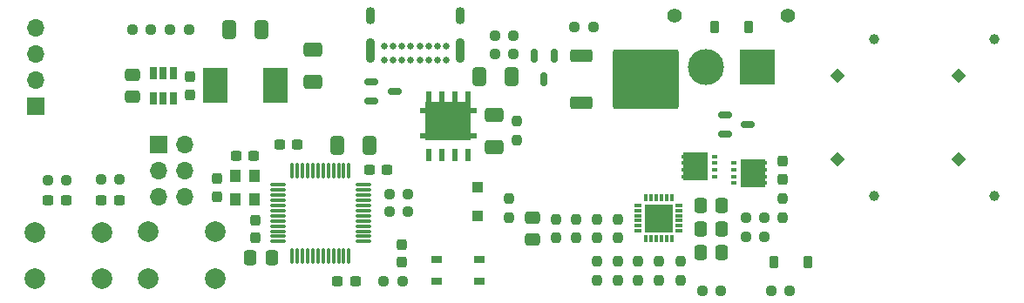
<source format=gbr>
%TF.GenerationSoftware,KiCad,Pcbnew,9.0.6-unknown-202512120022~866d92e1f6~ubuntu24.04.1*%
%TF.CreationDate,2026-01-02T23:01:16+02:00*%
%TF.ProjectId,TalTechHeat,54616c54-6563-4684-9865-61742e6b6963,rev?*%
%TF.SameCoordinates,Original*%
%TF.FileFunction,Soldermask,Top*%
%TF.FilePolarity,Negative*%
%FSLAX46Y46*%
G04 Gerber Fmt 4.6, Leading zero omitted, Abs format (unit mm)*
G04 Created by KiCad (PCBNEW 9.0.6-unknown-202512120022~866d92e1f6~ubuntu24.04.1) date 2026-01-02 23:01:16*
%MOMM*%
%LPD*%
G01*
G04 APERTURE LIST*
G04 Aperture macros list*
%AMRoundRect*
0 Rectangle with rounded corners*
0 $1 Rounding radius*
0 $2 $3 $4 $5 $6 $7 $8 $9 X,Y pos of 4 corners*
0 Add a 4 corners polygon primitive as box body*
4,1,4,$2,$3,$4,$5,$6,$7,$8,$9,$2,$3,0*
0 Add four circle primitives for the rounded corners*
1,1,$1+$1,$2,$3*
1,1,$1+$1,$4,$5*
1,1,$1+$1,$6,$7*
1,1,$1+$1,$8,$9*
0 Add four rect primitives between the rounded corners*
20,1,$1+$1,$2,$3,$4,$5,0*
20,1,$1+$1,$4,$5,$6,$7,0*
20,1,$1+$1,$6,$7,$8,$9,0*
20,1,$1+$1,$8,$9,$2,$3,0*%
%AMRotRect*
0 Rectangle, with rotation*
0 The origin of the aperture is its center*
0 $1 length*
0 $2 width*
0 $3 Rotation angle, in degrees counterclockwise*
0 Add horizontal line*
21,1,$1,$2,0,0,$3*%
G04 Aperture macros list end*
%ADD10RoundRect,0.225000X-0.225000X-0.375000X0.225000X-0.375000X0.225000X0.375000X-0.225000X0.375000X0*%
%ADD11RoundRect,0.250000X-0.337500X-0.475000X0.337500X-0.475000X0.337500X0.475000X-0.337500X0.475000X0*%
%ADD12R,0.600000X0.400000*%
%ADD13R,2.350000X2.800000*%
%ADD14RoundRect,0.237500X0.237500X-0.250000X0.237500X0.250000X-0.237500X0.250000X-0.237500X-0.250000X0*%
%ADD15RoundRect,0.237500X0.300000X0.237500X-0.300000X0.237500X-0.300000X-0.237500X0.300000X-0.237500X0*%
%ADD16R,1.700000X1.700000*%
%ADD17O,1.700000X1.700000*%
%ADD18RoundRect,0.250000X0.650000X-0.412500X0.650000X0.412500X-0.650000X0.412500X-0.650000X-0.412500X0*%
%ADD19RoundRect,0.237500X-0.250000X-0.237500X0.250000X-0.237500X0.250000X0.237500X-0.250000X0.237500X0*%
%ADD20RotRect,1.000000X1.000000X45.000000*%
%ADD21C,1.000000*%
%ADD22RoundRect,0.237500X0.250000X0.237500X-0.250000X0.237500X-0.250000X-0.237500X0.250000X-0.237500X0*%
%ADD23R,1.100000X1.300000*%
%ADD24RoundRect,0.237500X-0.237500X0.250000X-0.237500X-0.250000X0.237500X-0.250000X0.237500X0.250000X0*%
%ADD25RoundRect,0.150000X-0.512500X-0.150000X0.512500X-0.150000X0.512500X0.150000X-0.512500X0.150000X0*%
%ADD26C,2.000000*%
%ADD27R,1.050000X0.650000*%
%ADD28R,0.300000X0.800000*%
%ADD29R,0.800000X0.300000*%
%ADD30R,2.800000X2.800000*%
%ADD31RoundRect,0.237500X0.237500X-0.300000X0.237500X0.300000X-0.237500X0.300000X-0.237500X-0.300000X0*%
%ADD32R,1.270000X0.610000*%
%ADD33R,4.420000X3.810000*%
%ADD34R,0.610000X1.270000*%
%ADD35RoundRect,0.237500X-0.237500X0.300000X-0.237500X-0.300000X0.237500X-0.300000X0.237500X0.300000X0*%
%ADD36RoundRect,0.237500X-0.300000X-0.237500X0.300000X-0.237500X0.300000X0.237500X-0.300000X0.237500X0*%
%ADD37O,0.900000X2.400000*%
%ADD38O,0.900000X1.700000*%
%ADD39C,0.650000*%
%ADD40RoundRect,0.075000X-0.662500X-0.075000X0.662500X-0.075000X0.662500X0.075000X-0.662500X0.075000X0*%
%ADD41RoundRect,0.075000X-0.075000X-0.662500X0.075000X-0.662500X0.075000X0.662500X-0.075000X0.662500X0*%
%ADD42RoundRect,0.250000X-0.475000X0.337500X-0.475000X-0.337500X0.475000X-0.337500X0.475000X0.337500X0*%
%ADD43RoundRect,0.250000X0.300000X-0.300000X0.300000X0.300000X-0.300000X0.300000X-0.300000X-0.300000X0*%
%ADD44RotRect,1.000000X1.000000X315.000000*%
%ADD45RoundRect,0.150000X-0.150000X0.512500X-0.150000X-0.512500X0.150000X-0.512500X0.150000X0.512500X0*%
%ADD46RoundRect,0.250000X0.475000X-0.337500X0.475000X0.337500X-0.475000X0.337500X-0.475000X-0.337500X0*%
%ADD47RoundRect,0.250000X0.412500X0.650000X-0.412500X0.650000X-0.412500X-0.650000X0.412500X-0.650000X0*%
%ADD48R,0.700000X1.200000*%
%ADD49RoundRect,0.249997X-2.950003X-2.650003X2.950003X-2.650003X2.950003X2.650003X-2.950003X2.650003X0*%
%ADD50RoundRect,0.250000X-0.850000X-0.350000X0.850000X-0.350000X0.850000X0.350000X-0.850000X0.350000X0*%
%ADD51RoundRect,0.250000X-0.412500X-0.650000X0.412500X-0.650000X0.412500X0.650000X-0.412500X0.650000X0*%
%ADD52R,2.413000X3.429000*%
%ADD53RoundRect,0.250000X-0.650000X0.412500X-0.650000X-0.412500X0.650000X-0.412500X0.650000X0.412500X0*%
%ADD54RoundRect,0.225000X0.225000X0.375000X-0.225000X0.375000X-0.225000X-0.375000X0.225000X-0.375000X0*%
%ADD55C,1.400000*%
%ADD56R,3.500000X3.500000*%
%ADD57C,3.500000*%
G04 APERTURE END LIST*
D10*
%TO.C,D1*%
X225775000Y-111625000D03*
X229075000Y-111625000D03*
%TD*%
D11*
%TO.C,C21*%
X218650000Y-108375000D03*
X220725000Y-108375000D03*
%TD*%
D12*
%TO.C,Q3*%
X224850000Y-103925000D03*
X224850000Y-103275000D03*
X224850000Y-102625000D03*
X224850000Y-101975000D03*
D13*
X223725000Y-102950000D03*
D12*
X221900000Y-103925000D03*
X221900000Y-103275000D03*
X221900000Y-102625000D03*
X221900000Y-101975000D03*
%TD*%
D14*
%TO.C,R19*%
X208575000Y-113337500D03*
X208575000Y-111512500D03*
%TD*%
D15*
%TO.C,C26*%
X162150000Y-105550000D03*
X160425000Y-105550000D03*
%TD*%
D16*
%TO.C,J1*%
X166010000Y-100195000D03*
D17*
X168550000Y-100195000D03*
X166010000Y-102735000D03*
X168550000Y-102735000D03*
X166010000Y-105275000D03*
X168550000Y-105275000D03*
%TD*%
D14*
%TO.C,R18*%
X210575000Y-113337500D03*
X210575000Y-111512500D03*
%TD*%
D18*
%TO.C,C2*%
X180950000Y-94100000D03*
X180950000Y-90975000D03*
%TD*%
D19*
%TO.C,R25*%
X155225000Y-103625000D03*
X157050000Y-103625000D03*
%TD*%
D20*
%TO.C,C15*%
X243682233Y-93467767D03*
D21*
X247217767Y-89932233D03*
%TD*%
D22*
%TO.C,R23*%
X208200000Y-88712500D03*
X206375000Y-88712500D03*
%TD*%
D23*
%TO.C,Y1*%
X175275000Y-103212500D03*
X175275000Y-105512500D03*
X173475000Y-105512500D03*
X173475000Y-103212500D03*
%TD*%
D24*
%TO.C,R16*%
X204575000Y-107412500D03*
X204575000Y-109237500D03*
%TD*%
D25*
%TO.C,D2*%
X220987500Y-97275000D03*
X220987500Y-99175000D03*
X223262500Y-98225000D03*
%TD*%
D19*
%TO.C,R7*%
X218787500Y-114400000D03*
X220612500Y-114400000D03*
%TD*%
D20*
%TO.C,C16*%
X231982233Y-93467767D03*
D21*
X235517767Y-89932233D03*
%TD*%
D26*
%TO.C,SW2*%
X153950000Y-108700000D03*
X160450000Y-108700000D03*
X153950000Y-113200000D03*
X160450000Y-113200000D03*
%TD*%
D19*
%TO.C,R22*%
X198662500Y-89600000D03*
X200487500Y-89600000D03*
%TD*%
D26*
%TO.C,SW3*%
X164975000Y-108675000D03*
X171475000Y-108675000D03*
X164975000Y-113175000D03*
X171475000Y-113175000D03*
%TD*%
D27*
%TO.C,SW1*%
X197150000Y-113475000D03*
X193000000Y-113475000D03*
X197150000Y-111325000D03*
X193025000Y-111325000D03*
%TD*%
D28*
%TO.C,U4*%
X215825000Y-105325000D03*
X215325000Y-105325000D03*
X214825000Y-105325000D03*
X214325000Y-105325000D03*
X213825000Y-105325000D03*
X213325000Y-105325000D03*
D29*
X212575000Y-106075000D03*
X212575000Y-106575000D03*
X212575000Y-107075000D03*
X212575000Y-107575000D03*
X212575000Y-108075000D03*
X212575000Y-108575000D03*
D28*
X213325000Y-109325000D03*
X213825000Y-109325000D03*
X214325000Y-109325000D03*
X214825000Y-109325000D03*
X215325000Y-109325000D03*
X215825000Y-109325000D03*
D29*
X216575000Y-108575000D03*
X216575000Y-108075000D03*
X216575000Y-107575000D03*
X216575000Y-107075000D03*
X216575000Y-106575000D03*
X216575000Y-106075000D03*
D30*
X214575000Y-107325000D03*
%TD*%
D31*
%TO.C,C11*%
X189650000Y-111637500D03*
X189650000Y-109912500D03*
%TD*%
D32*
%TO.C,Q1*%
X191960000Y-99285000D03*
X196300000Y-99285000D03*
D33*
X194130000Y-97865000D03*
D32*
X191960000Y-96850000D03*
X196300000Y-96850000D03*
D34*
X192225000Y-95573000D03*
X193495000Y-95573000D03*
X194765000Y-95573000D03*
X196035000Y-95573000D03*
X196035000Y-101225000D03*
X192225000Y-101225000D03*
X193495000Y-101225000D03*
X194765000Y-101225000D03*
%TD*%
D35*
%TO.C,C19*%
X226625000Y-101787500D03*
X226625000Y-103512500D03*
%TD*%
D36*
%TO.C,C6*%
X186472379Y-102600000D03*
X188197381Y-102600000D03*
%TD*%
D11*
%TO.C,C23*%
X218650000Y-106075000D03*
X220725000Y-106075000D03*
%TD*%
D22*
%TO.C,R12*%
X224850000Y-109125000D03*
X223025000Y-109125000D03*
%TD*%
D37*
%TO.C,U3*%
X195250000Y-91050000D03*
D38*
X195250000Y-87670000D03*
D37*
X186600000Y-91000000D03*
D38*
X186600000Y-87670000D03*
D39*
X193900000Y-91980000D03*
X193050000Y-91980000D03*
X192200000Y-91980000D03*
X191350000Y-91980000D03*
X190500000Y-91980000D03*
X189650000Y-91980000D03*
X188800000Y-91980000D03*
X187950000Y-91980000D03*
X187950000Y-90630000D03*
X188800000Y-90630000D03*
X189650000Y-90630000D03*
X190500000Y-90630000D03*
X191350000Y-90630000D03*
X192200000Y-90630000D03*
X193050000Y-90630000D03*
X193900000Y-90630000D03*
%TD*%
D40*
%TO.C,U1*%
X177562500Y-104100000D03*
X177562500Y-104600000D03*
X177562500Y-105100000D03*
X177562500Y-105600000D03*
X177562500Y-106100000D03*
X177562500Y-106600000D03*
X177562500Y-107100000D03*
X177562500Y-107600000D03*
X177562500Y-108100000D03*
X177562500Y-108600000D03*
X177562500Y-109100000D03*
X177562500Y-109600000D03*
D41*
X178975000Y-111012500D03*
X179475000Y-111012500D03*
X179975000Y-111012500D03*
X180475000Y-111012500D03*
X180975000Y-111012500D03*
X181475000Y-111012500D03*
X181975000Y-111012500D03*
X182475000Y-111012500D03*
X182975000Y-111012500D03*
X183475000Y-111012500D03*
X183975000Y-111012500D03*
X184475000Y-111012500D03*
D40*
X185887500Y-109600000D03*
X185887500Y-109100000D03*
X185887500Y-108600000D03*
X185887500Y-108100000D03*
X185887500Y-107600000D03*
X185887500Y-107100000D03*
X185887500Y-106600000D03*
X185887500Y-106100000D03*
X185887500Y-105600000D03*
X185887500Y-105100000D03*
X185887500Y-104600000D03*
X185887500Y-104100000D03*
D41*
X184475000Y-102687500D03*
X183975000Y-102687500D03*
X183475000Y-102687500D03*
X182975000Y-102687500D03*
X182475000Y-102687500D03*
X181975000Y-102687500D03*
X181475000Y-102687500D03*
X180975000Y-102687500D03*
X180475000Y-102687500D03*
X179975000Y-102687500D03*
X179475000Y-102687500D03*
X178975000Y-102687500D03*
%TD*%
D19*
%TO.C,R6*%
X225475000Y-114400000D03*
X227300000Y-114400000D03*
%TD*%
D24*
%TO.C,R10*%
X208575000Y-107412500D03*
X208575000Y-109237500D03*
%TD*%
%TO.C,R11*%
X216675000Y-111512500D03*
X216675000Y-113337500D03*
%TD*%
D31*
%TO.C,C9*%
X175350000Y-109250000D03*
X175350000Y-107525000D03*
%TD*%
D14*
%TO.C,R15*%
X226625000Y-107237500D03*
X226625000Y-105412500D03*
%TD*%
D35*
%TO.C,C4*%
X169025000Y-93587500D03*
X169025000Y-95312500D03*
%TD*%
D24*
%TO.C,R17*%
X200000000Y-105450000D03*
X200000000Y-107275000D03*
%TD*%
D16*
%TO.C,J2*%
X154075000Y-96470000D03*
D17*
X154075000Y-93930000D03*
X154075000Y-91390000D03*
X154075000Y-88850000D03*
%TD*%
D42*
%TO.C,C24*%
X202275000Y-107287500D03*
X202275000Y-109362500D03*
%TD*%
D19*
%TO.C,R20*%
X198662500Y-91375000D03*
X200487500Y-91375000D03*
%TD*%
D31*
%TO.C,C13*%
X171650000Y-105225000D03*
X171650000Y-103500000D03*
%TD*%
D19*
%TO.C,R2*%
X167087500Y-88950000D03*
X168912500Y-88950000D03*
%TD*%
%TO.C,R26*%
X160375000Y-103550000D03*
X162200000Y-103550000D03*
%TD*%
%TO.C,R3*%
X188387500Y-106700000D03*
X190212500Y-106700000D03*
%TD*%
D12*
%TO.C,Q2*%
X217025000Y-101325000D03*
X217025000Y-101975000D03*
X217025000Y-102625000D03*
X217025000Y-103275000D03*
D13*
X218150000Y-102300000D03*
D12*
X219975000Y-101325000D03*
X219975000Y-101975000D03*
X219975000Y-102625000D03*
X219975000Y-103275000D03*
%TD*%
D43*
%TO.C,D3*%
X196950000Y-107125000D03*
X196950000Y-104325000D03*
%TD*%
D44*
%TO.C,C17*%
X231982233Y-101632233D03*
D21*
X235517767Y-105167767D03*
%TD*%
D25*
%TO.C,D4*%
X186625000Y-94050000D03*
X186625000Y-95950000D03*
X188900000Y-95000000D03*
%TD*%
D19*
%TO.C,R14*%
X223025000Y-107250000D03*
X224850000Y-107250000D03*
%TD*%
D45*
%TO.C,Q5*%
X204400000Y-91550000D03*
X202500000Y-91550000D03*
X203450000Y-93825000D03*
%TD*%
D46*
%TO.C,C3*%
X163425000Y-95487500D03*
X163425000Y-93412500D03*
%TD*%
D44*
%TO.C,C14*%
X243682233Y-101632233D03*
D21*
X247217767Y-105167767D03*
%TD*%
D47*
%TO.C,C8*%
X186450000Y-100237500D03*
X183325000Y-100237500D03*
%TD*%
D24*
%TO.C,R5*%
X200775000Y-97887500D03*
X200775000Y-99712500D03*
%TD*%
D14*
%TO.C,R8*%
X206575000Y-109237500D03*
X206575000Y-107412500D03*
%TD*%
D15*
%TO.C,C12*%
X175237500Y-101262500D03*
X173512500Y-101262500D03*
%TD*%
D14*
%TO.C,R13*%
X214575000Y-113337500D03*
X214575000Y-111512500D03*
%TD*%
D24*
%TO.C,R9*%
X210575000Y-107412500D03*
X210575000Y-109237500D03*
%TD*%
D48*
%TO.C,U2*%
X167400000Y-93250000D03*
X166450000Y-93250000D03*
X165500000Y-93250000D03*
X165500000Y-95650000D03*
X166450000Y-95650000D03*
X167400000Y-95650000D03*
%TD*%
D49*
%TO.C,Q4*%
X213350000Y-93812500D03*
D50*
X207050000Y-91532500D03*
X207050000Y-96092500D03*
%TD*%
D47*
%TO.C,C1*%
X175962500Y-88950000D03*
X172837500Y-88950000D03*
%TD*%
D36*
%TO.C,C7*%
X177750000Y-100187500D03*
X179475000Y-100187500D03*
%TD*%
D15*
%TO.C,C5*%
X185087500Y-113487500D03*
X183362500Y-113487500D03*
%TD*%
D19*
%TO.C,R1*%
X163412500Y-88950000D03*
X165237500Y-88950000D03*
%TD*%
D51*
%TO.C,C20*%
X197187500Y-93575000D03*
X200312500Y-93575000D03*
%TD*%
D24*
%TO.C,R21*%
X212575000Y-111512500D03*
X212575000Y-113337500D03*
%TD*%
D19*
%TO.C,R4*%
X188387500Y-104975000D03*
X190212500Y-104975000D03*
%TD*%
%TO.C,R24*%
X187837500Y-113475000D03*
X189662500Y-113475000D03*
%TD*%
D11*
%TO.C,C10*%
X174887500Y-111187500D03*
X176962500Y-111187500D03*
%TD*%
D52*
%TO.C,L1*%
X171479000Y-94450000D03*
X177321000Y-94450000D03*
%TD*%
D53*
%TO.C,C18*%
X198580000Y-97312500D03*
X198580000Y-100437500D03*
%TD*%
D11*
%TO.C,C22*%
X218650000Y-110675000D03*
X220725000Y-110675000D03*
%TD*%
D54*
%TO.C,D5*%
X223300000Y-88775000D03*
X220000000Y-88775000D03*
%TD*%
D15*
%TO.C,C25*%
X157000000Y-105625000D03*
X155275000Y-105625000D03*
%TD*%
D55*
%TO.C,J3*%
X227150000Y-87650000D03*
X216150000Y-87650000D03*
D56*
X224150000Y-92650000D03*
D57*
X219150000Y-92650000D03*
%TD*%
M02*

</source>
